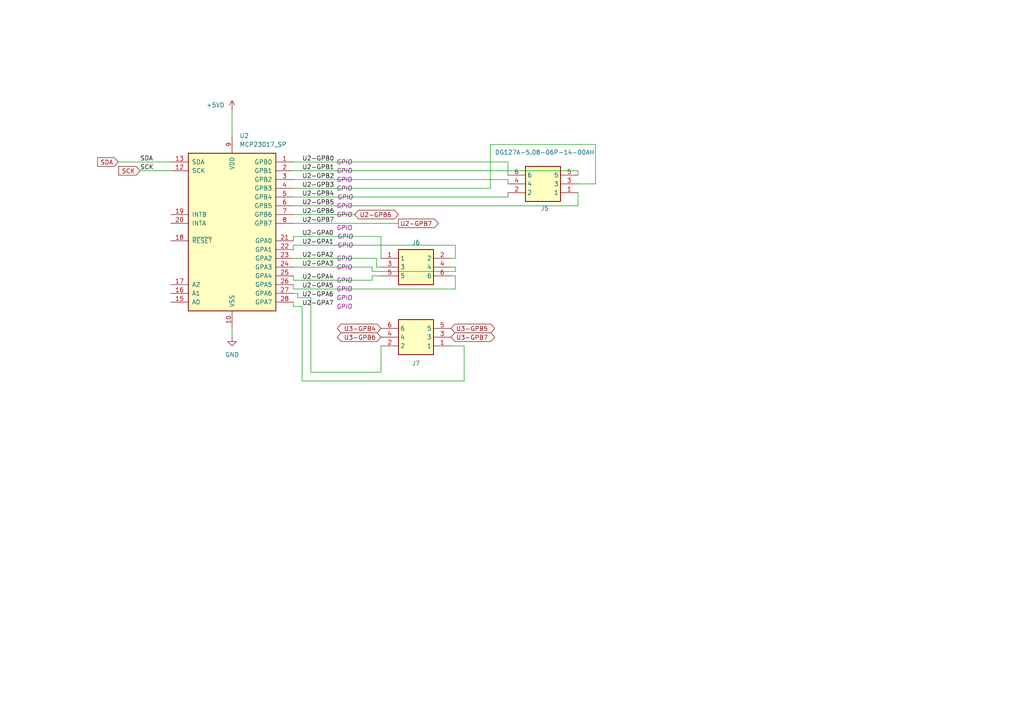
<source format=kicad_sch>
(kicad_sch (version 20250114) (generator "eeschema") (generator_version "9.0")
  (paper "A4")
  (lib_symbols
    (symbol "1_tme:DG127A-5.08-06P-14-00AH"
      (property "Reference" "J" (at 16.51 7.62 0))
      (property "Value" "DG127A-5.08-06P-14-00AH" (at 16.51 5.08 0))
      (symbol "DG127A-5.08-06P-14-00AH_1_1"
        (rectangle (start 5.08 2.54) (end 15.24 -7.62) (stroke (width 0.254)) (fill (type background)))
        (pin passive line (at 0 0 0) (length 5.08) (name "2") (number "2"))
        (pin passive line (at 0 -2.54 0) (length 5.08) (name "4") (number "4"))
        (pin passive line (at 0 -5.08 0) (length 5.08) (name "6") (number "6"))
        (pin passive line (at 20.32 0 180) (length 5.08) (name "1") (number "1"))
        (pin passive line (at 20.32 -2.54 180) (length 5.08) (name "3") (number "3"))
        (pin passive line (at 20.32 -5.08 180) (length 5.08) (name "5") (number "5"))
      )
    )
    (symbol "Interface_Expansion:MCP23017_SP" (pin_names (offset 1.016))
      (property "Reference" "U" (at -11.43 24.13 0))
      (property "Value" "MCP23017_SP" (at 0 0 0))
      (symbol "MCP23017_SP_0_1"
        (rectangle (start -12.7 22.86) (end 12.7 -22.86) (stroke (width 0.254)) (fill (type background)))
      )
      (symbol "MCP23017_SP_1_1"
        (pin bidirectional line (at -17.78 20.32 0) (length 5.08) (name "SDA") (number "13"))
        (pin input line (at -17.78 17.78 0) (length 5.08) (name "SCK") (number "12"))
        (pin tri_state line (at -17.78 5.08 0) (length 5.08) (name "INTB") (number "19"))
        (pin tri_state line (at -17.78 2.54 0) (length 5.08) (name "INTA") (number "20"))
        (pin input line (at -17.78 -2.54 0) (length 5.08) (name "~{RESET}") (number "18"))
        (pin input line (at -17.78 -15.24 0) (length 5.08) (name "A2") (number "17"))
        (pin input line (at -17.78 -17.78 0) (length 5.08) (name "A1") (number "16"))
        (pin input line (at -17.78 -20.32 0) (length 5.08) (name "A0") (number "15"))
        (pin no_connect line (at -12.7 15.24 0) (length 5.08) (hide yes) (name "NC") (number "11"))
        (pin no_connect line (at -12.7 12.7 0) (length 5.08) (hide yes) (name "NC") (number "14"))
        (pin power_in line (at 0 27.94 270) (length 5.08) (name "VDD") (number "9"))
        (pin power_in line (at 0 -27.94 90) (length 5.08) (name "VSS") (number "10"))
        (pin bidirectional line (at 17.78 20.32 180) (length 5.08) (name "GPB0") (number "1"))
        (pin bidirectional line (at 17.78 17.78 180) (length 5.08) (name "GPB1") (number "2"))
        (pin bidirectional line (at 17.78 15.24 180) (length 5.08) (name "GPB2") (number "3"))
        (pin bidirectional line (at 17.78 12.7 180) (length 5.08) (name "GPB3") (number "4"))
        (pin bidirectional line (at 17.78 10.16 180) (length 5.08) (name "GPB4") (number "5"))
        (pin bidirectional line (at 17.78 7.62 180) (length 5.08) (name "GPB5") (number "6"))
        (pin bidirectional line (at 17.78 5.08 180) (length 5.08) (name "GPB6") (number "7"))
        (pin output line (at 17.78 2.54 180) (length 5.08) (name "GPB7") (number "8"))
        (pin bidirectional line (at 17.78 -2.54 180) (length 5.08) (name "GPA0") (number "21"))
        (pin bidirectional line (at 17.78 -5.08 180) (length 5.08) (name "GPA1") (number "22"))
        (pin bidirectional line (at 17.78 -7.62 180) (length 5.08) (name "GPA2") (number "23"))
        (pin bidirectional line (at 17.78 -10.16 180) (length 5.08) (name "GPA3") (number "24"))
        (pin bidirectional line (at 17.78 -12.7 180) (length 5.08) (name "GPA4") (number "25"))
        (pin bidirectional line (at 17.78 -15.24 180) (length 5.08) (name "GPA5") (number "26"))
        (pin bidirectional line (at 17.78 -17.78 180) (length 5.08) (name "GPA6") (number "27"))
        (pin output line (at 17.78 -20.32 180) (length 5.08) (name "GPA7") (number "28"))
      )
    )
    (symbol "power:+5VD" (power) (pin_numbers (hide yes)) (pin_names (offset 0) (hide yes))
      (property "Value" "+5VD" (at 0 3.556 0))
      (symbol "+5VD_0_1"
        (polyline (pts (xy -0.762 1.27) (xy 0 2.54)))
        (polyline (pts (xy 0 2.54) (xy 0.762 1.27)))
        (polyline (pts (xy 0 0) (xy 0 2.54)))
      )
      (symbol "+5VD_1_1"
        (pin power_in line (at 0 0 90) (length 0) (name "~") (number "1"))
      )
    )
    (symbol "power:GND" (power) (pin_numbers (hide yes)) (pin_names (offset 0) (hide yes))
      (property "Value" "GND" (at 0 -3.81 0))
      (symbol "GND_0_1"
        (polyline (pts (xy 0 0) (xy 0 -1.27) (xy 1.27 -1.27) (xy 0 -2.54) (xy -1.27 -1.27) (xy 0 -1.27)))
      )
      (symbol "GND_1_1"
        (pin power_in line (at 0 0 270) (length 0) (name "~") (number "1"))
      )
    )
  )
  (wire (pts (xy 85.09 68.58) (xy 85.09 69.85)))
  (wire (pts (xy 172.72 53.34) (xy 167.64 53.34)))
  (wire (pts (xy 109.22 77.47) (xy 110.49 77.47)))
  (wire (pts (xy 67.31 31.75) (xy 67.31 39.37)))
  (wire (pts (xy 85.09 64.77) (xy 115.57 64.77)))
  (wire (pts (xy 87.63 88.9) (xy 85.09 88.9)))
  (wire (pts (xy 85.09 62.23) (xy 102.87 62.23)))
  (wire (pts (xy 87.63 110.49) (xy 134.62 110.49)))
  (wire (pts (xy 86.36 85.09) (xy 85.09 85.09)))
  (wire (pts (xy 132.08 83.82) (xy 132.08 80.01)))
  (wire (pts (xy 109.22 74.93) (xy 109.22 77.47)))
  (wire (pts (xy 85.09 54.61) (xy 142.24 54.61)))
  (wire (pts (xy 85.09 49.53) (xy 167.64 49.53)))
  (wire (pts (xy 90.17 107.95) (xy 110.49 107.95)))
  (wire (pts (xy 40.64 49.53) (xy 49.53 49.53)))
  (wire (pts (xy 67.31 95.25) (xy 67.31 97.79)))
  (wire (pts (xy 167.64 49.53) (xy 167.64 50.8)))
  (wire (pts (xy 85.09 77.47) (xy 107.95 77.47)))
  (wire (pts (xy 134.62 110.49) (xy 134.62 100.33)))
  (wire (pts (xy 85.09 83.82) (xy 85.09 82.55)))
  (wire (pts (xy 87.63 88.9) (xy 87.63 110.49)))
  (wire (pts (xy 90.17 86.36) (xy 90.17 107.95)))
  (wire (pts (xy 107.95 81.28) (xy 107.95 80.01)))
  (wire (pts (xy 85.09 81.28) (xy 107.95 81.28)))
  (wire (pts (xy 34.29 46.99) (xy 49.53 46.99)))
  (wire (pts (xy 85.09 88.9) (xy 85.09 87.63)))
  (wire (pts (xy 85.09 59.69) (xy 167.64 59.69)))
  (wire (pts (xy 147.32 52.07) (xy 147.32 53.34)))
  (wire (pts (xy 142.24 54.61) (xy 142.24 41.91)))
  (wire (pts (xy 85.09 52.07) (xy 147.32 52.07)))
  (wire (pts (xy 85.09 74.93) (xy 109.22 74.93)))
  (wire (pts (xy 110.49 68.58) (xy 110.49 74.93)))
  (wire (pts (xy 132.08 71.12) (xy 132.08 74.93)))
  (wire (pts (xy 142.24 41.91) (xy 172.72 41.91)))
  (wire (pts (xy 110.49 107.95) (xy 110.49 100.33)))
  (wire (pts (xy 86.36 86.36) (xy 90.17 86.36)))
  (wire (pts (xy 85.09 57.15) (xy 147.32 57.15)))
  (wire (pts (xy 85.09 46.99) (xy 147.32 46.99)))
  (wire (pts (xy 85.09 68.58) (xy 110.49 68.58)))
  (wire (pts (xy 147.32 46.99) (xy 147.32 50.8)))
  (wire (pts (xy 107.95 80.01) (xy 110.49 80.01)))
  (wire (pts (xy 85.09 81.28) (xy 85.09 80.01)))
  (wire (pts (xy 134.62 100.33) (xy 130.81 100.33)))
  (wire (pts (xy 132.08 80.01) (xy 130.81 80.01)))
  (wire (pts (xy 147.32 57.15) (xy 147.32 55.88)))
  (wire (pts (xy 132.08 74.93) (xy 130.81 74.93)))
  (wire (pts (xy 85.09 71.12) (xy 132.08 71.12)))
  (wire (pts (xy 172.72 41.91) (xy 172.72 53.34)))
  (wire (pts (xy 86.36 86.36) (xy 86.36 85.09)))
  (wire (pts (xy 167.64 59.69) (xy 167.64 55.88)))
  (wire (pts (xy 85.09 83.82) (xy 132.08 83.82)))
  (wire (pts (xy 132.08 78.74) (xy 132.08 77.47)))
  (wire (pts (xy 107.95 77.47) (xy 107.95 78.74)))
  (wire (pts (xy 85.09 71.12) (xy 85.09 72.39)))
  (wire (pts (xy 132.08 77.47) (xy 130.81 77.47)))
  (wire (pts (xy 107.95 78.74) (xy 132.08 78.74)))
  (label "U2-GPA0" (at 87.63 68.58 0) (property "Netclass" "GPIO" (at 97.79 68.58 0) (effects (font (italic yes)) (justify left))))
  (label "U2-GPA6" (at 87.63 86.36 0) (property "Netclass" "GPIO" (at 97.536 86.36 0) (effects (font (italic yes)) (justify left))))
  (label "U2-GPB3" (at 87.63 54.61 0) (property "Netclass" "GPIO" (at 97.536 54.61 0) (effects (font (italic yes)) (justify left))))
  (label "SDA" (at 40.64 46.99 0))
  (label "U2-GPA3" (at 87.63 77.47 0) (property "Netclass" "GPIO" (at 97.536 77.47 0) (effects (font (italic yes)) (justify left))))
  (label "U2-GPA5" (at 87.63 83.82 0) (property "Netclass" "GPIO" (at 97.536 83.82 0) (effects (font (italic yes)) (justify left))))
  (label "SCK" (at 40.64 49.53 0))
  (label "U2-GPA4" (at 87.63 81.28 0) (property "Netclass" "GPIO" (at 97.536 81.28 0) (effects (font (italic yes)) (justify left))))
  (label "U2-GPB0" (at 87.63 46.99 0) (property "Netclass" "GPIO" (at 97.536 46.99 0) (effects (font (italic yes)) (justify left))))
  (label "U2-GPA7" (at 87.63 88.9 0) (property "Netclass" "GPIO" (at 97.536 88.9 0) (effects (font (italic yes)) (justify left))))
  (label "U2-GPB4" (at 87.63 57.15 0) (property "Netclass" "GPIO" (at 97.79 57.15 0) (effects (font (italic yes)) (justify left))))
  (label "U2-GPB2" (at 87.63 52.07 0) (property "Netclass" "GPIO" (at 97.536 52.07 0) (effects (font (italic yes)) (justify left))))
  (label "U2-GPB6" (at 87.63 62.23 0) (property "Netclass" "GPIO" (at 97.536 62.23 0) (effects (font (italic yes)) (justify left))))
  (label "U2-GPB5" (at 87.63 59.69 0) (property "Netclass" "GPIO" (at 97.536 59.69 0) (effects (font (italic yes)) (justify left))))
  (label "U2-GPA2" (at 87.63 74.93 0) (property "Netclass" "GPIO" (at 97.536 74.93 0) (effects (font (italic yes)) (justify left))))
  (label "U2-GPB7" (at 87.63 64.77 0) (property "Netclass" "GPIO" (at 97.536 66.04 0) (effects (font (italic yes)) (justify left))))
  (label "U2-GPB1" (at 87.63 49.53 0) (property "Netclass" "GPIO" (at 97.536 49.53 0) (effects (font (italic yes)) (justify left))))
  (label "U2-GPA1" (at 87.63 71.12 0) (property "Netclass" "GPIO" (at 97.79 71.12 0) (effects (font (italic yes)) (justify left))))
  (global_label "SCK" (shape input) (at 40.64 49.53 180) (property "Intersheetrefs" "${INTERSHEET_REFS}" (effects (hide yes))))
  (global_label "U3-GPB6" (shape bidirectional) (at 110.49 97.79 180) (property "Intersheetrefs" "${INTERSHEET_REFS}" (effects (hide yes))))
  (global_label "U3-GPB4" (shape bidirectional) (at 110.49 95.25 180) (property "Intersheetrefs" "${INTERSHEET_REFS}" (effects (hide yes))))
  (global_label "U2-GPB7" (shape output) (at 115.57 64.77 0) (property "Intersheetrefs" "${INTERSHEET_REFS}" (effects (hide yes))))
  (global_label "U2-GPB6" (shape bidirectional) (at 102.87 62.23 0) (property "Intersheetrefs" "${INTERSHEET_REFS}" (effects (hide yes))))
  (global_label "SDA" (shape input) (at 34.29 46.99 180) (property "Intersheetrefs" "${INTERSHEET_REFS}" (effects (hide yes))))
  (global_label "U3-GPB5" (shape bidirectional) (at 130.81 95.25 0) (property "Intersheetrefs" "${INTERSHEET_REFS}" (effects (hide yes))))
  (global_label "U3-GPB7" (shape bidirectional) (at 130.81 97.79 0) (property "Intersheetrefs" "${INTERSHEET_REFS}" (effects (hide yes))))
  (symbol (lib_id "Interface_Expansion:MCP23017_SP") (at 67.31 67.31 0) (unit 1)
    (property "Reference" "U2" (at 69.4533 39.37 0) (effects (justify left)))
    (property "Value" "MCP23017_SP" (at 69.4533 41.91 0) (effects (justify left)))
    (property "Footprint" "Package_DIP:DIP-28_W7.62mm" (effects (hide yes)))
    (property "Datasheet" "https://ww1.microchip.com/downloads/aemDocuments/documents/APID/ProductDocuments/DataSheets/MCP23017-Data-Sheet-DS20001952.pdf" (effects (hide yes)))
    (property "Description" "16-bit I/O expander, I2C, interrupts, w pull-ups, SPDIP-28" (effects (hide yes)))
  )
  (symbol (lib_id "1_tme:DG127A-5.08-06P-14-00AH") (at 110.49 100.33 0) (mirror x) (unit 1)
    (property "Reference" "J7" (at 120.65 105.41 0))
    (property "Value" "DG127A-5.08-06P-14-00AH" (effects (hide yes)))
    (property "Footprint" "DG127A50806P1400AH" (effects (hide yes)))
    (property "Datasheet" "https://www.degson.com/index.php?a=downloadFile&id=1094971&name=%27ZmlsZTQ=%27&lang=en" (effects (hide yes)))
    (property "Description" "PCB terminal block; angled 90; 5.08mm; ways: 6; on PCBs; terminal" (effects (hide yes)))
    (property "Height" "19.41" (effects (hide yes)))
    (property "Manufacturer_Name" "Degson" (effects (hide yes)))
    (property "Manufacturer_Part_Number" "DG127A-5.08-06P-14-00AH" (effects (hide yes)))
  )
  (symbol (lib_id "power:GND") (at 67.31 97.79 0) (unit 1)
    (property "Reference" "#PWR06" (effects (hide yes)))
    (property "Value" "GND" (at 67.31 102.87 0))
    (property "Description" "Power symbol creates a global label with name \"GND\" , ground" (effects (hide yes)))
  )
  (symbol (lib_id "1_tme:DG127A-5.08-06P-14-00AH") (at 130.81 74.93 0) (mirror y) (unit 1)
    (property "Reference" "J6" (at 120.65 70.358 0))
    (property "Value" "DG127A-5.08-06P-14-00AH" (effects (hide yes)))
    (property "Footprint" "DG127A50806P1400AH" (effects (hide yes)))
    (property "Datasheet" "https://www.degson.com/index.php?a=downloadFile&id=1094971&name=%27ZmlsZTQ=%27&lang=en" (effects (hide yes)))
    (property "Description" "PCB terminal block; angled 90; 5.08mm; ways: 6; on PCBs; terminal" (effects (hide yes)))
    (property "Height" "19.41" (effects (hide yes)))
    (property "Manufacturer_Name" "Degson" (effects (hide yes)))
    (property "Manufacturer_Part_Number" "DG127A-5.08-06P-14-00AH" (effects (hide yes)))
  )
  (symbol (lib_id "power:+5VD") (at 67.31 31.75 0) (unit 1)
    (property "Reference" "#PWR05" (effects (hide yes)))
    (property "Value" "+5VD" (at 62.484 30.48 0))
    (property "Description" "Power symbol creates a global label with name \"+5VD\"" (effects (hide yes)))
  )
  (symbol (lib_id "1_tme:DG127A-5.08-06P-14-00AH") (at 147.32 55.88 0) (mirror x) (unit 1)
    (property "Reference" "J5" (at 157.988 60.452 0))
    (property "Value" "DG127A-5.08-06P-14-00AH" (at 157.988 44.196 0))
    (property "Footprint" "DG127A50806P1400AH" (effects (hide yes)))
    (property "Datasheet" "https://www.degson.com/index.php?a=downloadFile&id=1094971&name=%27ZmlsZTQ=%27&lang=en" (effects (hide yes)))
    (property "Description" "PCB terminal block; angled 90; 5.08mm; ways: 6; on PCBs; terminal" (effects (hide yes)))
    (property "Height" "19.41" (effects (hide yes)))
    (property "Manufacturer_Name" "Degson" (effects (hide yes)))
    (property "Manufacturer_Part_Number" "DG127A-5.08-06P-14-00AH" (effects (hide yes)))
  )
)
</source>
